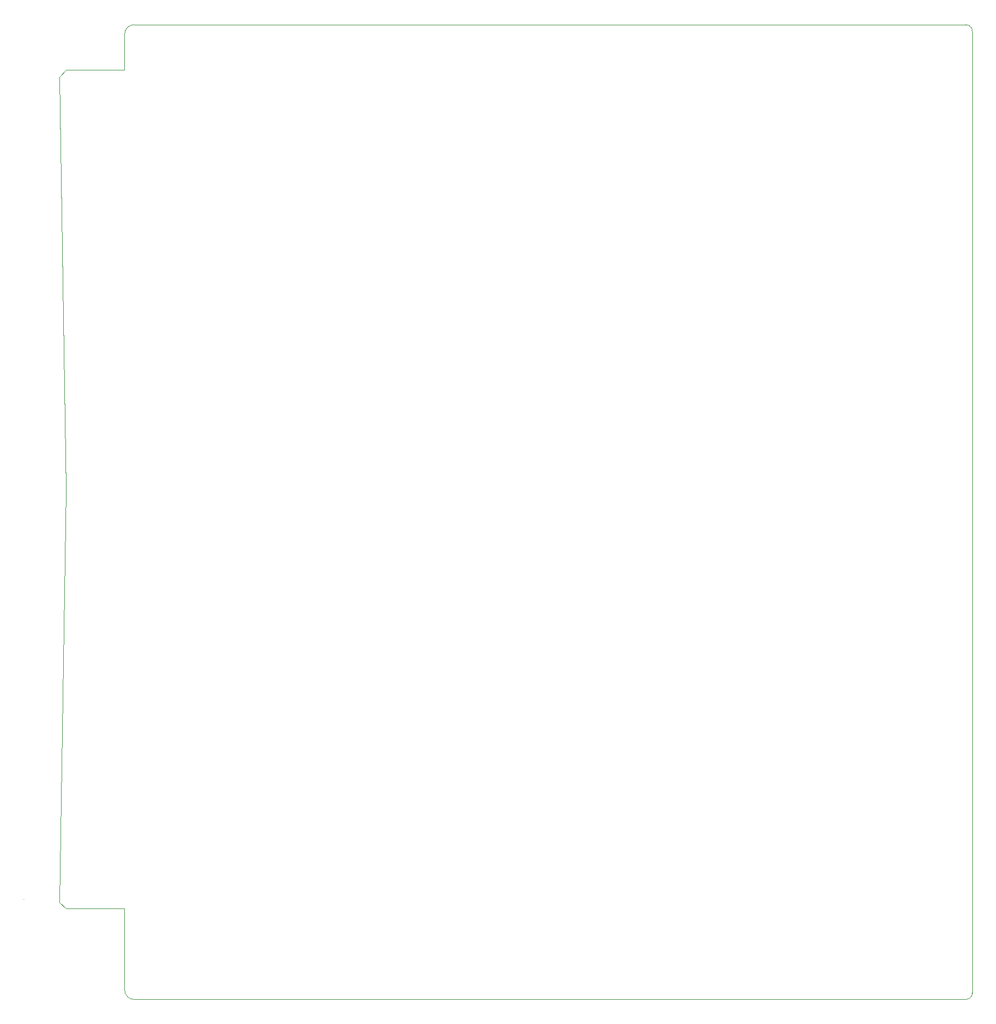
<source format=gbr>
%TF.GenerationSoftware,KiCad,Pcbnew,(5.1.6-0-10_14)*%
%TF.CreationDate,2020-07-02T17:02:21+02:00*%
%TF.ProjectId,x68k-ioboard,7836386b-2d69-46f6-926f-6172642e6b69,rev?*%
%TF.SameCoordinates,Original*%
%TF.FileFunction,Profile,NP*%
%FSLAX46Y46*%
G04 Gerber Fmt 4.6, Leading zero omitted, Abs format (unit mm)*
G04 Created by KiCad (PCBNEW (5.1.6-0-10_14)) date 2020-07-02 17:02:21*
%MOMM*%
%LPD*%
G01*
G04 APERTURE LIST*
%TA.AperFunction,Profile*%
%ADD10C,0.050000*%
%TD*%
G04 APERTURE END LIST*
D10*
X20500000Y-166040000D02*
X20500000Y-166040000D01*
X26000000Y-166540000D02*
X27000000Y-167500000D01*
X27000000Y-103040000D02*
X26000000Y-166540000D01*
X26000000Y-39540000D02*
X27000000Y-103040000D01*
X27000000Y-38500000D02*
X26000000Y-39540000D01*
X166500000Y-180500000D02*
G75*
G02*
X165500000Y-181500000I-1000000J0D01*
G01*
X37500000Y-181500000D02*
G75*
G02*
X36000000Y-180000000I0J1500000D01*
G01*
X36000000Y-33000000D02*
G75*
G02*
X37500000Y-31500000I1500000J0D01*
G01*
X165500000Y-31500000D02*
G75*
G02*
X166500000Y-32500000I0J-1000000D01*
G01*
X166500000Y-32500000D02*
X166500000Y-180500000D01*
X37500000Y-31500000D02*
X165500000Y-31500000D01*
X36000000Y-38500000D02*
X36000000Y-33000000D01*
X27000000Y-38500000D02*
X36000000Y-38500000D01*
X36000000Y-167500000D02*
X27000000Y-167500000D01*
X36000000Y-180000000D02*
X36000000Y-167500000D01*
X165500000Y-181500000D02*
X37500000Y-181500000D01*
M02*

</source>
